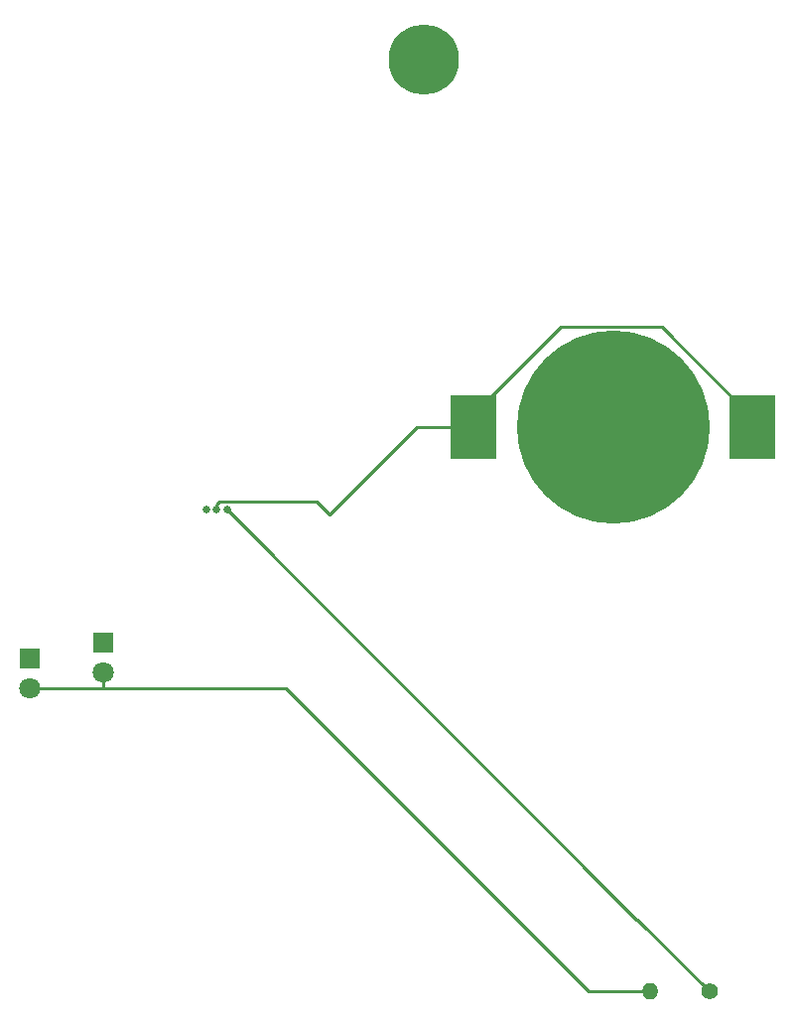
<source format=gbr>
%TF.GenerationSoftware,KiCad,Pcbnew,(6.0.1)*%
%TF.CreationDate,2022-06-24T20:37:33-05:00*%
%TF.ProjectId,mosquito,6d6f7371-7569-4746-9f2e-6b696361645f,rev?*%
%TF.SameCoordinates,Original*%
%TF.FileFunction,Copper,L2,Bot*%
%TF.FilePolarity,Positive*%
%FSLAX46Y46*%
G04 Gerber Fmt 4.6, Leading zero omitted, Abs format (unit mm)*
G04 Created by KiCad (PCBNEW (6.0.1)) date 2022-06-24 20:37:33*
%MOMM*%
%LPD*%
G01*
G04 APERTURE LIST*
%TA.AperFunction,ComponentPad*%
%ADD10C,6.000000*%
%TD*%
%TA.AperFunction,ComponentPad*%
%ADD11C,0.650000*%
%TD*%
%TA.AperFunction,ComponentPad*%
%ADD12C,1.400000*%
%TD*%
%TA.AperFunction,ComponentPad*%
%ADD13O,1.400000X1.400000*%
%TD*%
%TA.AperFunction,ComponentPad*%
%ADD14R,1.800000X1.800000*%
%TD*%
%TA.AperFunction,ComponentPad*%
%ADD15C,1.800000*%
%TD*%
%TA.AperFunction,SMDPad,CuDef*%
%ADD16R,3.857800X5.472400*%
%TD*%
%TA.AperFunction,SMDPad,CuDef*%
%ADD17R,3.908600X5.523200*%
%TD*%
%TA.AperFunction,SMDPad,CuDef*%
%ADD18C,16.459512*%
%TD*%
%TA.AperFunction,ViaPad*%
%ADD19C,0.600000*%
%TD*%
%TA.AperFunction,Conductor*%
%ADD20C,0.250000*%
%TD*%
G04 APERTURE END LIST*
D10*
%TO.P,REF\u002A\u002A,*%
%TO.N,*%
X154203400Y-50165000D03*
%TD*%
D11*
%TO.P,SW1,1,A*%
%TO.N,Net-(R1-Pad1)*%
X137439400Y-88543800D03*
%TO.P,SW1,2,B*%
%TO.N,Net-(BT1-Pad1)*%
X136575800Y-88543800D03*
%TO.P,SW1,3,C*%
%TO.N,unconnected-(SW1-Pad3)*%
X135712200Y-88543800D03*
%TD*%
D12*
%TO.P,R1,1*%
%TO.N,Net-(R1-Pad1)*%
X178587400Y-129616200D03*
D13*
%TO.P,R1,2*%
%TO.N,VCC*%
X173507400Y-129616200D03*
%TD*%
D14*
%TO.P,D2,1,K*%
%TO.N,GND*%
X120599200Y-101264800D03*
D15*
%TO.P,D2,2,A*%
%TO.N,VCC*%
X120599200Y-103804800D03*
%TD*%
D14*
%TO.P,D1,1,K*%
%TO.N,GND*%
X126923800Y-99867800D03*
D15*
%TO.P,D1,2,A*%
%TO.N,VCC*%
X126923800Y-102407800D03*
%TD*%
D16*
%TO.P,BT1,1,+*%
%TO.N,Net-(BT1-Pad1)*%
X158478200Y-81534000D03*
D17*
X182288200Y-81534000D03*
D18*
%TO.P,BT1,2,-*%
%TO.N,GND*%
X170383200Y-81534000D03*
%TD*%
D19*
%TO.N,GND*%
X165303200Y-87147400D03*
X176987200Y-85826600D03*
X176530000Y-77393800D03*
X165125400Y-77698600D03*
%TD*%
D20*
%TO.N,VCC*%
X126923800Y-102407800D02*
X126923800Y-103723600D01*
X126923800Y-103723600D02*
X127005000Y-103804800D01*
X127005000Y-103804800D02*
X120599200Y-103804800D01*
X142422800Y-103804800D02*
X127005000Y-103804800D01*
X168325800Y-129616200D02*
X142468600Y-103759000D01*
X173507400Y-129616200D02*
X168325800Y-129616200D01*
X142468600Y-103759000D02*
X142422800Y-103804800D01*
%TO.N,Net-(R1-Pad1)*%
X172389800Y-123494200D02*
X172465400Y-123494200D01*
X172465400Y-123494200D02*
X178587400Y-129616200D01*
X137439400Y-88543800D02*
X172389800Y-123494200D01*
%TO.N,Net-(BT1-Pad1)*%
X136575800Y-88084181D02*
X136575800Y-88543800D01*
X136765692Y-87894289D02*
X136575800Y-88084181D01*
X145120489Y-87894289D02*
X136765692Y-87894289D01*
X146202400Y-88976200D02*
X145120489Y-87894289D01*
X153644600Y-81534000D02*
X146202400Y-88976200D01*
X158478200Y-81534000D02*
X153644600Y-81534000D01*
X165881867Y-72979733D02*
X158478200Y-80383400D01*
X174541233Y-72979733D02*
X165881867Y-72979733D01*
X158478200Y-80383400D02*
X158478200Y-81534000D01*
X182288200Y-80726700D02*
X174541233Y-72979733D01*
X182288200Y-81534000D02*
X182288200Y-80726700D01*
%TD*%
M02*

</source>
